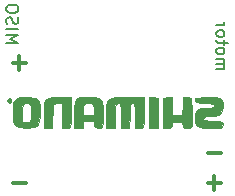
<source format=gbr>
G04 #@! TF.GenerationSoftware,KiCad,Pcbnew,(5.0.2-5)-5*
G04 #@! TF.CreationDate,2019-06-13T13:58:12+03:00*
G04 #@! TF.ProjectId,bike_motor_shim,62696b65-5f6d-46f7-946f-725f7368696d,rev?*
G04 #@! TF.SameCoordinates,Original*
G04 #@! TF.FileFunction,Legend,Bot*
G04 #@! TF.FilePolarity,Positive*
%FSLAX46Y46*%
G04 Gerber Fmt 4.6, Leading zero omitted, Abs format (unit mm)*
G04 Created by KiCad (PCBNEW (5.0.2-5)-5) date 2019 June 13, Thursday 13:58:12*
%MOMM*%
%LPD*%
G01*
G04 APERTURE LIST*
%ADD10C,0.150000*%
%ADD11C,0.300000*%
%ADD12C,0.010000*%
G04 APERTURE END LIST*
D10*
X158932619Y-115593571D02*
X159599285Y-115593571D01*
X159504047Y-115593571D02*
X159551666Y-115545952D01*
X159599285Y-115450714D01*
X159599285Y-115307857D01*
X159551666Y-115212619D01*
X159456428Y-115165000D01*
X158932619Y-115165000D01*
X159456428Y-115165000D02*
X159551666Y-115117380D01*
X159599285Y-115022142D01*
X159599285Y-114879285D01*
X159551666Y-114784047D01*
X159456428Y-114736428D01*
X158932619Y-114736428D01*
X158932619Y-114117380D02*
X158980238Y-114212619D01*
X159027857Y-114260238D01*
X159123095Y-114307857D01*
X159408809Y-114307857D01*
X159504047Y-114260238D01*
X159551666Y-114212619D01*
X159599285Y-114117380D01*
X159599285Y-113974523D01*
X159551666Y-113879285D01*
X159504047Y-113831666D01*
X159408809Y-113784047D01*
X159123095Y-113784047D01*
X159027857Y-113831666D01*
X158980238Y-113879285D01*
X158932619Y-113974523D01*
X158932619Y-114117380D01*
X159599285Y-113498333D02*
X159599285Y-113117380D01*
X159932619Y-113355476D02*
X159075476Y-113355476D01*
X158980238Y-113307857D01*
X158932619Y-113212619D01*
X158932619Y-113117380D01*
X158932619Y-112641190D02*
X158980238Y-112736428D01*
X159027857Y-112784047D01*
X159123095Y-112831666D01*
X159408809Y-112831666D01*
X159504047Y-112784047D01*
X159551666Y-112736428D01*
X159599285Y-112641190D01*
X159599285Y-112498333D01*
X159551666Y-112403095D01*
X159504047Y-112355476D01*
X159408809Y-112307857D01*
X159123095Y-112307857D01*
X159027857Y-112355476D01*
X158980238Y-112403095D01*
X158932619Y-112498333D01*
X158932619Y-112641190D01*
X158932619Y-111879285D02*
X159599285Y-111879285D01*
X159408809Y-111879285D02*
X159504047Y-111831666D01*
X159551666Y-111784047D01*
X159599285Y-111688809D01*
X159599285Y-111593571D01*
D11*
X159321428Y-125202142D02*
X158178571Y-125202142D01*
X158750000Y-125773571D02*
X158750000Y-124630714D01*
X159321428Y-122662142D02*
X158178571Y-122662142D01*
X142811428Y-125202142D02*
X141668571Y-125202142D01*
X142811428Y-115042142D02*
X141668571Y-115042142D01*
X142240000Y-115613571D02*
X142240000Y-114470714D01*
D10*
X141152619Y-113331428D02*
X142152619Y-113331428D01*
X141438333Y-112998095D01*
X142152619Y-112664761D01*
X141152619Y-112664761D01*
X141152619Y-112188571D02*
X142152619Y-112188571D01*
X141200238Y-111760000D02*
X141152619Y-111617142D01*
X141152619Y-111379047D01*
X141200238Y-111283809D01*
X141247857Y-111236190D01*
X141343095Y-111188571D01*
X141438333Y-111188571D01*
X141533571Y-111236190D01*
X141581190Y-111283809D01*
X141628809Y-111379047D01*
X141676428Y-111569523D01*
X141724047Y-111664761D01*
X141771666Y-111712380D01*
X141866904Y-111760000D01*
X141962142Y-111760000D01*
X142057380Y-111712380D01*
X142105000Y-111664761D01*
X142152619Y-111569523D01*
X142152619Y-111331428D01*
X142105000Y-111188571D01*
X142152619Y-110569523D02*
X142152619Y-110379047D01*
X142105000Y-110283809D01*
X142009761Y-110188571D01*
X141819285Y-110140952D01*
X141485952Y-110140952D01*
X141295476Y-110188571D01*
X141200238Y-110283809D01*
X141152619Y-110379047D01*
X141152619Y-110569523D01*
X141200238Y-110664761D01*
X141295476Y-110760000D01*
X141485952Y-110807619D01*
X141819285Y-110807619D01*
X142009761Y-110760000D01*
X142105000Y-110664761D01*
X142152619Y-110569523D01*
D12*
G04 #@! TO.C,G\002A\002A\002A*
G36*
X141254228Y-118095960D02*
X141194458Y-118229054D01*
X141197548Y-118256939D01*
X141284929Y-118391995D01*
X141428406Y-118431291D01*
X141553176Y-118361856D01*
X141574165Y-118322233D01*
X141575141Y-118156790D01*
X141537266Y-118093067D01*
X141393165Y-118038732D01*
X141254228Y-118095960D01*
X141254228Y-118095960D01*
G37*
X141254228Y-118095960D02*
X141194458Y-118229054D01*
X141197548Y-118256939D01*
X141284929Y-118391995D01*
X141428406Y-118431291D01*
X141553176Y-118361856D01*
X141574165Y-118322233D01*
X141575141Y-118156790D01*
X141537266Y-118093067D01*
X141393165Y-118038732D01*
X141254228Y-118095960D01*
G36*
X142277366Y-117975641D02*
X142041705Y-118056933D01*
X141857702Y-118195966D01*
X141856846Y-118196820D01*
X141778461Y-118297232D01*
X141728804Y-118433773D01*
X141701677Y-118643848D01*
X141690885Y-118964860D01*
X141689666Y-119205946D01*
X141693475Y-119601542D01*
X141709824Y-119868376D01*
X141746095Y-120046940D01*
X141809673Y-120177724D01*
X141884482Y-120274378D01*
X142011819Y-120398254D01*
X142161975Y-120471521D01*
X142386677Y-120511098D01*
X142667649Y-120530522D01*
X143009508Y-120534138D01*
X143320694Y-120514294D01*
X143517008Y-120479338D01*
X143710051Y-120384118D01*
X143843214Y-120221058D01*
X143925679Y-119964020D01*
X143966627Y-119586869D01*
X143974205Y-119240502D01*
X143213666Y-119240502D01*
X143206832Y-119571432D01*
X143188646Y-119834906D01*
X143162582Y-119986995D01*
X143153193Y-120004919D01*
X143035531Y-120038851D01*
X142826642Y-120042601D01*
X142793359Y-120040196D01*
X142494000Y-120015000D01*
X142494000Y-119304561D01*
X142507151Y-118893668D01*
X142555314Y-118628916D01*
X142651554Y-118488542D01*
X142808936Y-118450783D01*
X142988895Y-118480146D01*
X143098769Y-118514975D01*
X143165338Y-118576082D01*
X143199446Y-118700153D01*
X143211940Y-118923873D01*
X143213666Y-119240502D01*
X143974205Y-119240502D01*
X143975666Y-119173729D01*
X143964601Y-118706143D01*
X143917784Y-118380141D01*
X143814782Y-118168669D01*
X143635163Y-118044675D01*
X143358494Y-117981102D01*
X143055743Y-117955692D01*
X142602705Y-117944443D01*
X142277366Y-117975641D01*
X142277366Y-117975641D01*
G37*
X142277366Y-117975641D02*
X142041705Y-118056933D01*
X141857702Y-118195966D01*
X141856846Y-118196820D01*
X141778461Y-118297232D01*
X141728804Y-118433773D01*
X141701677Y-118643848D01*
X141690885Y-118964860D01*
X141689666Y-119205946D01*
X141693475Y-119601542D01*
X141709824Y-119868376D01*
X141746095Y-120046940D01*
X141809673Y-120177724D01*
X141884482Y-120274378D01*
X142011819Y-120398254D01*
X142161975Y-120471521D01*
X142386677Y-120511098D01*
X142667649Y-120530522D01*
X143009508Y-120534138D01*
X143320694Y-120514294D01*
X143517008Y-120479338D01*
X143710051Y-120384118D01*
X143843214Y-120221058D01*
X143925679Y-119964020D01*
X143966627Y-119586869D01*
X143974205Y-119240502D01*
X143213666Y-119240502D01*
X143206832Y-119571432D01*
X143188646Y-119834906D01*
X143162582Y-119986995D01*
X143153193Y-120004919D01*
X143035531Y-120038851D01*
X142826642Y-120042601D01*
X142793359Y-120040196D01*
X142494000Y-120015000D01*
X142494000Y-119304561D01*
X142507151Y-118893668D01*
X142555314Y-118628916D01*
X142651554Y-118488542D01*
X142808936Y-118450783D01*
X142988895Y-118480146D01*
X143098769Y-118514975D01*
X143165338Y-118576082D01*
X143199446Y-118700153D01*
X143211940Y-118923873D01*
X143213666Y-119240502D01*
X143974205Y-119240502D01*
X143975666Y-119173729D01*
X143964601Y-118706143D01*
X143917784Y-118380141D01*
X143814782Y-118168669D01*
X143635163Y-118044675D01*
X143358494Y-117981102D01*
X143055743Y-117955692D01*
X142602705Y-117944443D01*
X142277366Y-117975641D01*
G36*
X145258010Y-117943731D02*
X144974398Y-117957060D01*
X144785698Y-117986862D01*
X144654724Y-118039342D01*
X144544291Y-118120709D01*
X144532389Y-118131167D01*
X144444524Y-118216551D01*
X144384222Y-118310385D01*
X144345874Y-118444706D01*
X144323872Y-118651556D01*
X144312606Y-118962972D01*
X144306467Y-119410994D01*
X144306351Y-119422334D01*
X144295033Y-120523000D01*
X145034000Y-120523000D01*
X145118666Y-118491000D01*
X145475856Y-118465095D01*
X145833045Y-118439189D01*
X145856856Y-119481095D01*
X145880666Y-120523000D01*
X146180026Y-120548196D01*
X146395779Y-120549441D01*
X146531399Y-120519416D01*
X146539859Y-120512919D01*
X146561121Y-120411064D01*
X146579111Y-120171233D01*
X146592390Y-119824775D01*
X146599517Y-119403037D01*
X146600333Y-119196556D01*
X146600333Y-117940667D01*
X145673721Y-117940667D01*
X145258010Y-117943731D01*
X145258010Y-117943731D01*
G37*
X145258010Y-117943731D02*
X144974398Y-117957060D01*
X144785698Y-117986862D01*
X144654724Y-118039342D01*
X144544291Y-118120709D01*
X144532389Y-118131167D01*
X144444524Y-118216551D01*
X144384222Y-118310385D01*
X144345874Y-118444706D01*
X144323872Y-118651556D01*
X144312606Y-118962972D01*
X144306467Y-119410994D01*
X144306351Y-119422334D01*
X144295033Y-120523000D01*
X145034000Y-120523000D01*
X145118666Y-118491000D01*
X145475856Y-118465095D01*
X145833045Y-118439189D01*
X145856856Y-119481095D01*
X145880666Y-120523000D01*
X146180026Y-120548196D01*
X146395779Y-120549441D01*
X146531399Y-120519416D01*
X146539859Y-120512919D01*
X146561121Y-120411064D01*
X146579111Y-120171233D01*
X146592390Y-119824775D01*
X146599517Y-119403037D01*
X146600333Y-119196556D01*
X146600333Y-117940667D01*
X145673721Y-117940667D01*
X145258010Y-117943731D01*
G36*
X147660662Y-117945481D02*
X147346321Y-117975655D01*
X147132739Y-118054783D01*
X147000449Y-118206463D01*
X146929986Y-118454288D01*
X146901884Y-118821856D01*
X146896677Y-119332762D01*
X146896666Y-119393515D01*
X146896666Y-120523000D01*
X147256500Y-120549035D01*
X147616333Y-120575070D01*
X147616333Y-119972667D01*
X148076635Y-119972667D01*
X148341363Y-119977166D01*
X148481125Y-120007383D01*
X148540289Y-120088394D01*
X148563222Y-120245276D01*
X148563469Y-120247834D01*
X148600587Y-120435091D01*
X148700022Y-120518697D01*
X148889359Y-120548196D01*
X149105112Y-120549441D01*
X149240732Y-120519416D01*
X149249193Y-120512919D01*
X149272343Y-120409483D01*
X149291399Y-120171466D01*
X149304465Y-119833607D01*
X149309648Y-119430643D01*
X149309666Y-119404374D01*
X149308261Y-119058267D01*
X148547666Y-119058267D01*
X148547666Y-119464667D01*
X147616333Y-119464667D01*
X147616333Y-119058267D01*
X147644664Y-118733056D01*
X147743586Y-118542367D01*
X147933999Y-118458842D01*
X148082000Y-118448667D01*
X148330424Y-118485754D01*
X148476090Y-118615253D01*
X148539894Y-118864520D01*
X148547666Y-119058267D01*
X149308261Y-119058267D01*
X149307879Y-118964268D01*
X149298801Y-118659810D01*
X149276861Y-118457325D01*
X149236486Y-118323135D01*
X149172103Y-118223565D01*
X149101848Y-118148485D01*
X148990276Y-118050562D01*
X148866337Y-117989309D01*
X148688939Y-117956241D01*
X148416992Y-117942875D01*
X148095228Y-117940667D01*
X147660662Y-117945481D01*
X147660662Y-117945481D01*
G37*
X147660662Y-117945481D02*
X147346321Y-117975655D01*
X147132739Y-118054783D01*
X147000449Y-118206463D01*
X146929986Y-118454288D01*
X146901884Y-118821856D01*
X146896677Y-119332762D01*
X146896666Y-119393515D01*
X146896666Y-120523000D01*
X147256500Y-120549035D01*
X147616333Y-120575070D01*
X147616333Y-119972667D01*
X148076635Y-119972667D01*
X148341363Y-119977166D01*
X148481125Y-120007383D01*
X148540289Y-120088394D01*
X148563222Y-120245276D01*
X148563469Y-120247834D01*
X148600587Y-120435091D01*
X148700022Y-120518697D01*
X148889359Y-120548196D01*
X149105112Y-120549441D01*
X149240732Y-120519416D01*
X149249193Y-120512919D01*
X149272343Y-120409483D01*
X149291399Y-120171466D01*
X149304465Y-119833607D01*
X149309648Y-119430643D01*
X149309666Y-119404374D01*
X149308261Y-119058267D01*
X148547666Y-119058267D01*
X148547666Y-119464667D01*
X147616333Y-119464667D01*
X147616333Y-119058267D01*
X147644664Y-118733056D01*
X147743586Y-118542367D01*
X147933999Y-118458842D01*
X148082000Y-118448667D01*
X148330424Y-118485754D01*
X148476090Y-118615253D01*
X148539894Y-118864520D01*
X148547666Y-119058267D01*
X149308261Y-119058267D01*
X149307879Y-118964268D01*
X149298801Y-118659810D01*
X149276861Y-118457325D01*
X149236486Y-118323135D01*
X149172103Y-118223565D01*
X149101848Y-118148485D01*
X148990276Y-118050562D01*
X148866337Y-117989309D01*
X148688939Y-117956241D01*
X148416992Y-117942875D01*
X148095228Y-117940667D01*
X147660662Y-117945481D01*
G36*
X150923112Y-117941752D02*
X150555489Y-117947494D01*
X150299172Y-117961627D01*
X150125151Y-117987883D01*
X150004413Y-118029992D01*
X149907947Y-118091689D01*
X149843554Y-118144890D01*
X149746223Y-118233186D01*
X149679940Y-118322225D01*
X149638742Y-118444426D01*
X149616664Y-118632210D01*
X149607741Y-118917997D01*
X149606008Y-119334206D01*
X149606000Y-119436057D01*
X149606000Y-120523000D01*
X150325666Y-120575070D01*
X150325666Y-119655051D01*
X150338522Y-119137356D01*
X150379790Y-118774265D01*
X150453522Y-118552810D01*
X150563767Y-118460022D01*
X150694423Y-118474586D01*
X150754209Y-118520058D01*
X150794369Y-118620978D01*
X150818560Y-118805634D01*
X150830440Y-119102311D01*
X150833665Y-119539296D01*
X150833666Y-119551544D01*
X150833666Y-120575070D01*
X151193500Y-120549035D01*
X151553333Y-120523000D01*
X151577106Y-119485834D01*
X151587974Y-119052627D01*
X151601186Y-118760787D01*
X151622939Y-118582394D01*
X151659431Y-118489524D01*
X151716860Y-118454256D01*
X151801425Y-118448668D01*
X151807333Y-118448667D01*
X151893674Y-118453384D01*
X151952518Y-118486152D01*
X151990062Y-118574890D01*
X152012505Y-118747522D01*
X152026045Y-119031969D01*
X152036880Y-119456154D01*
X152037561Y-119485834D01*
X152061333Y-120523000D01*
X152360693Y-120548196D01*
X152576445Y-120549441D01*
X152712065Y-120519416D01*
X152720526Y-120512919D01*
X152741788Y-120411064D01*
X152759778Y-120171233D01*
X152773057Y-119824775D01*
X152780183Y-119403037D01*
X152781000Y-119196556D01*
X152781000Y-117940667D01*
X151431054Y-117940667D01*
X150923112Y-117941752D01*
X150923112Y-117941752D01*
G37*
X150923112Y-117941752D02*
X150555489Y-117947494D01*
X150299172Y-117961627D01*
X150125151Y-117987883D01*
X150004413Y-118029992D01*
X149907947Y-118091689D01*
X149843554Y-118144890D01*
X149746223Y-118233186D01*
X149679940Y-118322225D01*
X149638742Y-118444426D01*
X149616664Y-118632210D01*
X149607741Y-118917997D01*
X149606008Y-119334206D01*
X149606000Y-119436057D01*
X149606000Y-120523000D01*
X150325666Y-120575070D01*
X150325666Y-119655051D01*
X150338522Y-119137356D01*
X150379790Y-118774265D01*
X150453522Y-118552810D01*
X150563767Y-118460022D01*
X150694423Y-118474586D01*
X150754209Y-118520058D01*
X150794369Y-118620978D01*
X150818560Y-118805634D01*
X150830440Y-119102311D01*
X150833665Y-119539296D01*
X150833666Y-119551544D01*
X150833666Y-120575070D01*
X151193500Y-120549035D01*
X151553333Y-120523000D01*
X151577106Y-119485834D01*
X151587974Y-119052627D01*
X151601186Y-118760787D01*
X151622939Y-118582394D01*
X151659431Y-118489524D01*
X151716860Y-118454256D01*
X151801425Y-118448668D01*
X151807333Y-118448667D01*
X151893674Y-118453384D01*
X151952518Y-118486152D01*
X151990062Y-118574890D01*
X152012505Y-118747522D01*
X152026045Y-119031969D01*
X152036880Y-119456154D01*
X152037561Y-119485834D01*
X152061333Y-120523000D01*
X152360693Y-120548196D01*
X152576445Y-120549441D01*
X152712065Y-120519416D01*
X152720526Y-120512919D01*
X152741788Y-120411064D01*
X152759778Y-120171233D01*
X152773057Y-119824775D01*
X152780183Y-119403037D01*
X152781000Y-119196556D01*
X152781000Y-117940667D01*
X151431054Y-117940667D01*
X150923112Y-117941752D01*
G36*
X153223269Y-119227103D02*
X153246666Y-120523000D01*
X153606500Y-120549035D01*
X153826583Y-120555050D01*
X153955273Y-120539437D01*
X153968823Y-120527868D01*
X153969887Y-120430845D01*
X153971142Y-120195508D01*
X153972460Y-119852878D01*
X153973712Y-119433975D01*
X153974213Y-119231834D01*
X153977111Y-117983000D01*
X153588492Y-117957103D01*
X153199872Y-117931207D01*
X153223269Y-119227103D01*
X153223269Y-119227103D01*
G37*
X153223269Y-119227103D02*
X153246666Y-120523000D01*
X153606500Y-120549035D01*
X153826583Y-120555050D01*
X153955273Y-120539437D01*
X153968823Y-120527868D01*
X153969887Y-120430845D01*
X153971142Y-120195508D01*
X153972460Y-119852878D01*
X153973712Y-119433975D01*
X153974213Y-119231834D01*
X153977111Y-117983000D01*
X153588492Y-117957103D01*
X153199872Y-117931207D01*
X153223269Y-119227103D01*
G36*
X154788468Y-117957130D02*
X154432000Y-117983000D01*
X154432000Y-120523000D01*
X154786127Y-120548756D01*
X155010032Y-120556894D01*
X155116549Y-120514964D01*
X155156867Y-120388840D01*
X155167127Y-120294756D01*
X155191604Y-120129118D01*
X155254411Y-120046560D01*
X155402092Y-120018161D01*
X155617333Y-120015000D01*
X155868573Y-120020770D01*
X155997005Y-120057046D01*
X156049146Y-120152280D01*
X156067198Y-120290167D01*
X156097821Y-120467384D01*
X156178682Y-120545590D01*
X156362720Y-120564970D01*
X156429688Y-120565334D01*
X156667530Y-120538956D01*
X156799729Y-120470090D01*
X156807824Y-120455423D01*
X156821526Y-120334275D01*
X156829902Y-120078068D01*
X156832464Y-119721008D01*
X156828720Y-119297301D01*
X156826334Y-119164256D01*
X156802666Y-117983000D01*
X156446198Y-117957130D01*
X156089730Y-117931259D01*
X156065198Y-118676796D01*
X156040666Y-119422334D01*
X155194000Y-119422334D01*
X155169468Y-118676796D01*
X155144937Y-117931259D01*
X154788468Y-117957130D01*
X154788468Y-117957130D01*
G37*
X154788468Y-117957130D02*
X154432000Y-117983000D01*
X154432000Y-120523000D01*
X154786127Y-120548756D01*
X155010032Y-120556894D01*
X155116549Y-120514964D01*
X155156867Y-120388840D01*
X155167127Y-120294756D01*
X155191604Y-120129118D01*
X155254411Y-120046560D01*
X155402092Y-120018161D01*
X155617333Y-120015000D01*
X155868573Y-120020770D01*
X155997005Y-120057046D01*
X156049146Y-120152280D01*
X156067198Y-120290167D01*
X156097821Y-120467384D01*
X156178682Y-120545590D01*
X156362720Y-120564970D01*
X156429688Y-120565334D01*
X156667530Y-120538956D01*
X156799729Y-120470090D01*
X156807824Y-120455423D01*
X156821526Y-120334275D01*
X156829902Y-120078068D01*
X156832464Y-119721008D01*
X156828720Y-119297301D01*
X156826334Y-119164256D01*
X156802666Y-117983000D01*
X156446198Y-117957130D01*
X156089730Y-117931259D01*
X156065198Y-118676796D01*
X156040666Y-119422334D01*
X155194000Y-119422334D01*
X155169468Y-118676796D01*
X155144937Y-117931259D01*
X154788468Y-117957130D01*
G36*
X158286318Y-117955696D02*
X158133503Y-117959170D01*
X157141333Y-117983000D01*
X157141333Y-118194667D01*
X157148201Y-118295234D01*
X157190548Y-118358858D01*
X157300990Y-118395695D01*
X157512142Y-118415899D01*
X157856619Y-118429628D01*
X157900539Y-118431064D01*
X158316440Y-118455027D01*
X158583715Y-118499838D01*
X158722582Y-118573448D01*
X158753255Y-118683807D01*
X158733108Y-118758489D01*
X158642891Y-118824652D01*
X158422323Y-118861362D01*
X158078367Y-118872000D01*
X157652139Y-118897120D01*
X157365453Y-118986651D01*
X157194108Y-119161846D01*
X157113905Y-119443962D01*
X157099000Y-119732168D01*
X157112583Y-120028822D01*
X157169522Y-120241130D01*
X157294106Y-120384157D01*
X157510621Y-120472969D01*
X157843354Y-120522629D01*
X158316594Y-120548204D01*
X158419827Y-120551449D01*
X158847905Y-120560588D01*
X159135466Y-120556172D01*
X159310983Y-120535369D01*
X159402932Y-120495347D01*
X159434356Y-120450562D01*
X159462647Y-120255038D01*
X159454789Y-120168112D01*
X159418824Y-120094600D01*
X159323380Y-120044403D01*
X159136995Y-120010137D01*
X158828209Y-119984417D01*
X158622128Y-119972667D01*
X158247799Y-119949948D01*
X158011517Y-119924125D01*
X157882073Y-119886977D01*
X157828257Y-119830281D01*
X157818666Y-119761000D01*
X157835758Y-119674583D01*
X157909707Y-119619039D01*
X158074526Y-119583522D01*
X158364229Y-119557189D01*
X158482529Y-119549334D01*
X158832785Y-119520080D01*
X159057962Y-119478190D01*
X159202313Y-119410679D01*
X159308029Y-119307120D01*
X159430799Y-119050803D01*
X159475645Y-118727380D01*
X159443150Y-118404430D01*
X159333897Y-118149534D01*
X159297669Y-118107336D01*
X159209172Y-118033529D01*
X159097645Y-117985771D01*
X158929232Y-117959752D01*
X158670075Y-117951163D01*
X158286318Y-117955696D01*
X158286318Y-117955696D01*
G37*
X158286318Y-117955696D02*
X158133503Y-117959170D01*
X157141333Y-117983000D01*
X157141333Y-118194667D01*
X157148201Y-118295234D01*
X157190548Y-118358858D01*
X157300990Y-118395695D01*
X157512142Y-118415899D01*
X157856619Y-118429628D01*
X157900539Y-118431064D01*
X158316440Y-118455027D01*
X158583715Y-118499838D01*
X158722582Y-118573448D01*
X158753255Y-118683807D01*
X158733108Y-118758489D01*
X158642891Y-118824652D01*
X158422323Y-118861362D01*
X158078367Y-118872000D01*
X157652139Y-118897120D01*
X157365453Y-118986651D01*
X157194108Y-119161846D01*
X157113905Y-119443962D01*
X157099000Y-119732168D01*
X157112583Y-120028822D01*
X157169522Y-120241130D01*
X157294106Y-120384157D01*
X157510621Y-120472969D01*
X157843354Y-120522629D01*
X158316594Y-120548204D01*
X158419827Y-120551449D01*
X158847905Y-120560588D01*
X159135466Y-120556172D01*
X159310983Y-120535369D01*
X159402932Y-120495347D01*
X159434356Y-120450562D01*
X159462647Y-120255038D01*
X159454789Y-120168112D01*
X159418824Y-120094600D01*
X159323380Y-120044403D01*
X159136995Y-120010137D01*
X158828209Y-119984417D01*
X158622128Y-119972667D01*
X158247799Y-119949948D01*
X158011517Y-119924125D01*
X157882073Y-119886977D01*
X157828257Y-119830281D01*
X157818666Y-119761000D01*
X157835758Y-119674583D01*
X157909707Y-119619039D01*
X158074526Y-119583522D01*
X158364229Y-119557189D01*
X158482529Y-119549334D01*
X158832785Y-119520080D01*
X159057962Y-119478190D01*
X159202313Y-119410679D01*
X159308029Y-119307120D01*
X159430799Y-119050803D01*
X159475645Y-118727380D01*
X159443150Y-118404430D01*
X159333897Y-118149534D01*
X159297669Y-118107336D01*
X159209172Y-118033529D01*
X159097645Y-117985771D01*
X158929232Y-117959752D01*
X158670075Y-117951163D01*
X158286318Y-117955696D01*
G04 #@! TD*
M02*

</source>
